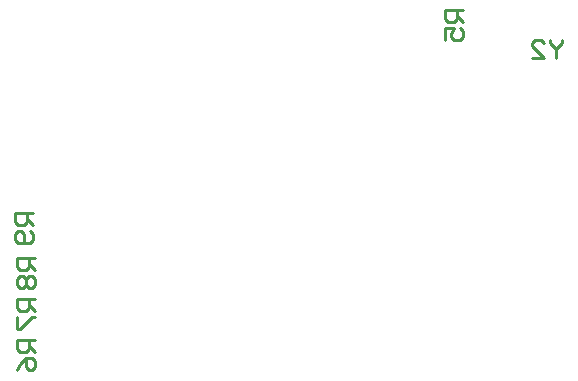
<source format=gbo>
G04*
G04 #@! TF.GenerationSoftware,Altium Limited,Altium Designer,21.1.1 (26)*
G04*
G04 Layer_Color=32896*
%FSLAX43Y43*%
%MOMM*%
G71*
G04*
G04 #@! TF.SameCoordinates,7D77D7A2-79D2-47A9-8A17-8AFE765D4546*
G04*
G04*
G04 #@! TF.FilePolarity,Positive*
G04*
G01*
G75*
%ADD12C,0.254*%
G54D12*
X58876Y46212D02*
Y45958D01*
X58368Y45450D01*
X57860Y45958D01*
Y46212D01*
X58368Y45450D02*
Y44688D01*
X56337D02*
X57352D01*
X56337Y45704D01*
Y45958D01*
X56591Y46212D01*
X57098D01*
X57352Y45958D01*
X14072Y31580D02*
X12548D01*
Y30818D01*
X12802Y30564D01*
X13310D01*
X13564Y30818D01*
Y31580D01*
Y31072D02*
X14072Y30564D01*
X13818Y30056D02*
X14072Y29802D01*
Y29294D01*
X13818Y29040D01*
X12802D01*
X12548Y29294D01*
Y29802D01*
X12802Y30056D01*
X13056D01*
X13310Y29802D01*
Y29040D01*
X14222Y27770D02*
X12698D01*
Y27008D01*
X12952Y26754D01*
X13460D01*
X13714Y27008D01*
Y27770D01*
Y27262D02*
X14222Y26754D01*
X12952Y26246D02*
X12698Y25992D01*
Y25484D01*
X12952Y25230D01*
X13206D01*
X13460Y25484D01*
X13714Y25230D01*
X13968D01*
X14222Y25484D01*
Y25992D01*
X13968Y26246D01*
X13714D01*
X13460Y25992D01*
X13206Y26246D01*
X12952D01*
X13460Y25992D02*
Y25484D01*
X14182Y24290D02*
X12658D01*
Y23528D01*
X12912Y23274D01*
X13420D01*
X13674Y23528D01*
Y24290D01*
Y23782D02*
X14182Y23274D01*
X12658Y22766D02*
Y21750D01*
X12912D01*
X13928Y22766D01*
X14182D01*
X14202Y20800D02*
X12678D01*
Y20038D01*
X12932Y19784D01*
X13440D01*
X13694Y20038D01*
Y20800D01*
Y20292D02*
X14202Y19784D01*
X12678Y18260D02*
X12932Y18768D01*
X13440Y19276D01*
X13948D01*
X14202Y19022D01*
Y18514D01*
X13948Y18260D01*
X13694D01*
X13440Y18514D01*
Y19276D01*
X50462Y48780D02*
X48938D01*
Y48018D01*
X49192Y47764D01*
X49700D01*
X49954Y48018D01*
Y48780D01*
Y48272D02*
X50462Y47764D01*
X48938Y46240D02*
Y47256D01*
X49700D01*
X49446Y46748D01*
Y46494D01*
X49700Y46240D01*
X50208D01*
X50462Y46494D01*
Y47002D01*
X50208Y47256D01*
M02*

</source>
